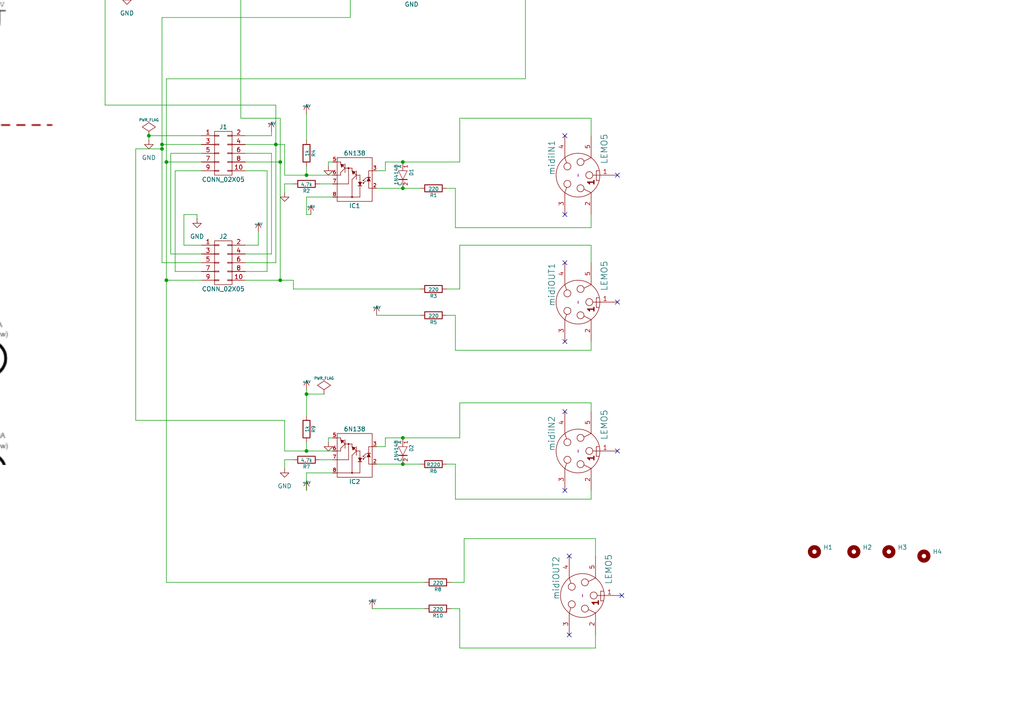
<source format=kicad_sch>
(kicad_sch (version 20231120) (generator "eeschema") (generator_version "8.0")
  (paper "A4")
  (lib_symbols
    (symbol "Device:C" (pin_numbers hide) (pin_names (offset 0.254))
      (property "Reference" "C" (at 0.635 2.54 0))
      (property "Value" "C" (at 0.635 -2.54 0))
      (symbol "C_0_1"
        (polyline (pts (xy -2.032 -0.762) (xy 2.032 -0.762)) (stroke (width 0.508)))
        (polyline (pts (xy -2.032 0.762) (xy 2.032 0.762)) (stroke (width 0.508)))
      )
      (symbol "C_1_1"
        (pin passive line (at 0 3.81 270) (length 2.794) (name "~") (number "1"))
        (pin passive line (at 0 -3.81 90) (length 2.794) (name "~") (number "2"))
      )
    )
    (symbol "Device:C_Polarized" (pin_numbers hide) (pin_names (offset 0.254))
      (property "Reference" "C" (at 0.635 2.54 0))
      (property "Value" "C_Polarized" (at 0.635 -2.54 0))
      (symbol "C_Polarized_0_1"
        (rectangle (start -2.286 0.508) (end 2.286 1.016))
        (polyline (pts (xy -1.778 2.286) (xy -0.762 2.286)))
        (polyline (pts (xy -1.27 2.794) (xy -1.27 1.778)))
        (rectangle (start 2.286 -0.508) (end -2.286 -1.016) (fill (type outline)))
      )
      (symbol "C_Polarized_1_1"
        (pin passive line (at 0 3.81 270) (length 2.794) (name "~") (number "1"))
        (pin passive line (at 0 -3.81 90) (length 2.794) (name "~") (number "2"))
      )
    )
    (symbol "Device:LED" (pin_numbers hide) (pin_names (offset 1.016) hide)
      (property "Reference" "D" (at 0 2.54 0))
      (property "Value" "LED" (at 0 -2.54 0))
      (symbol "LED_0_1"
        (polyline (pts (xy -1.27 -1.27) (xy -1.27 1.27)) (stroke (width 0.254)))
        (polyline (pts (xy -1.27 0) (xy 1.27 0)))
        (polyline (pts (xy 1.27 -1.27) (xy 1.27 1.27) (xy -1.27 0) (xy 1.27 -1.27)) (stroke (width 0.254)))
        (polyline (pts (xy -3.048 -0.762) (xy -4.572 -2.286) (xy -3.81 -2.286) (xy -4.572 -2.286) (xy -4.572 -1.524)))
        (polyline (pts (xy -1.778 -0.762) (xy -3.302 -2.286) (xy -2.54 -2.286) (xy -3.302 -2.286) (xy -3.302 -1.524)))
      )
      (symbol "LED_1_1"
        (pin passive line (at -3.81 0 0) (length 2.54) (name "K") (number "1"))
        (pin passive line (at 3.81 0 180) (length 2.54) (name "A") (number "2"))
      )
    )
    (symbol "Mechanical:MountingHole" (pin_names (offset 1.016)) (exclude_from_sim yes) (in_bom no)
      (property "Reference" "H" (at 0 5.08 0))
      (property "Value" "MountingHole" (at 0 3.175 0))
      (symbol "MountingHole_0_1"
        (circle (center 0 0) (radius 1.27) (stroke (width 1.27)))
      )
    )
    (symbol "core-rescue:+5V" (power) (pin_names (offset 0))
      (property "Value" "+5V" (at 0 3.556 0))
      (symbol "+5V_0_1"
        (polyline (pts (xy -0.762 1.27) (xy 0 2.54)))
        (polyline (pts (xy 0 0) (xy 0 2.54)))
        (polyline (pts (xy 0 2.54) (xy 0.762 1.27)))
      )
      (symbol "+5V_1_1"
        (pin power_in line (at 0 0 90) (length 0) hide (name "+5V") (number "1"))
      )
    )
    (symbol "core-rescue:1N4148" (pin_names (offset 0))
      (property "Reference" "D" (at -1.905 1.905 0))
      (property "Value" "1N4148" (at -3.175 -1.905 0))
      (symbol "1N4148_1_0"
        (polyline (pts (xy -1.27 -1.27) (xy 1.27 0)) (stroke (width 0.127)))
        (polyline (pts (xy -1.27 1.27) (xy -1.27 -1.27)) (stroke (width 0.127)))
        (polyline (pts (xy 1.27 0) (xy -1.27 1.27)) (stroke (width 0.127)))
        (polyline (pts (xy 1.27 0) (xy 1.27 -1.27)) (stroke (width 0.254)))
        (polyline (pts (xy 1.27 1.27) (xy 1.27 0)) (stroke (width 0.254)))
      )
      (symbol "1N4148_1_1"
        (pin passive line (at -3.81 0 0) (length 2.54) (name "A") (number "1"))
        (pin passive line (at 3.81 0 180) (length 2.54) (name "C") (number "2"))
      )
    )
    (symbol "core-rescue:6N138" (pin_names (offset 0) hide)
      (property "Reference" "U" (at 0 7.62 0))
      (property "Value" "6N138" (at 0 -7.62 0))
      (symbol "6N138_0_1"
        (polyline (pts (xy -1.524 -1.27) (xy -0.508 -1.27)))
        (polyline (pts (xy -1.524 1.143) (xy -1.524 5.08)))
        (polyline (pts (xy 0.762 -3.302) (xy 0.762 -2.54)))
        (polyline (pts (xy 0.762 0) (xy 0.762 5.08)))
        (polyline (pts (xy 1.778 -3.175) (xy 1.778 1.27)))
        (polyline (pts (xy 2.794 -3.302) (xy 0.762 -3.302)))
        (polyline (pts (xy 4.064 -5.08) (xy 4.064 -4.572)))
        (polyline (pts (xy 4.064 -2.032) (xy 4.064 -1.27)))
        (polyline (pts (xy 5.334 -5.08) (xy 4.064 -5.08)))
        (polyline (pts (xy 5.334 -1.27) (xy 4.064 -1.27)))
        (polyline (pts (xy 5.334 1.27) (xy 1.778 1.27)))
        (polyline (pts (xy 5.334 5.08) (xy -1.524 5.08)))
        (polyline (pts (xy -2.413 1.143) (xy -3.175 0.381) (xy -3.175 0.381)))
        (polyline (pts (xy -1.524 0.762) (xy -1.524 -1.27) (xy -1.524 -1.27)) (fill (type outline)))
        (polyline (pts (xy -0.508 -1.27) (xy 0.762 -2.54) (xy 0.762 -2.54)) (fill (type outline)))
        (polyline (pts (xy -0.508 -1.27) (xy 0.762 0) (xy 0.762 0)) (fill (type outline)))
        (polyline (pts (xy -0.508 0) (xy -0.508 -2.54) (xy -0.508 -2.54)) (fill (type outline)))
        (polyline (pts (xy 2.794 -3.302) (xy 4.064 -4.572) (xy 4.064 -4.572)) (fill (type outline)))
        (polyline (pts (xy 2.794 -3.302) (xy 4.064 -2.032) (xy 4.064 -2.032)) (fill (type outline)))
        (polyline (pts (xy 2.794 -2.032) (xy 2.794 -4.572) (xy 2.794 -4.572)) (fill (type outline)))
        (polyline (pts (xy -5.334 2.54) (xy -4.064 2.54) (xy -4.064 0.508) (xy -4.064 0.508)))
        (polyline (pts (xy -4.064 -0.635) (xy -4.064 -2.54) (xy -5.334 -2.54) (xy -5.334 -2.54)))
        (polyline (pts (xy -3.556 0.508) (xy -4.064 -0.508) (xy -4.572 0.508) (xy -4.572 0.508)) (fill (type outline)))
        (polyline (pts (xy -2.667 0.381) (xy -2.413 0.381) (xy -2.413 0.127) (xy -2.413 0.127)) (fill (type outline)))
        (polyline (pts (xy -2.54 0.254) (xy -3.302 -0.508) (xy -3.302 -0.508) (xy -3.302 -0.508)))
        (polyline (pts (xy -1.524 1.778) (xy -2.032 0.762) (xy -1.016 0.762) (xy -1.016 0.762)) (fill (type outline)))
        (polyline (pts (xy 0.762 -2.54) (xy 0.508 -1.524) (xy -0.254 -2.286) (xy -0.254 -2.286)) (fill (type outline)))
        (polyline (pts (xy 4.064 -4.572) (xy 3.81 -3.556) (xy 3.048 -4.318) (xy 3.048 -4.318)) (fill (type outline)))
        (polyline (pts (xy -4.572 -0.508) (xy -4.572 -0.635) (xy -3.556 -0.635) (xy -3.556 -0.508) (xy -3.556 -0.508)) (fill (type outline)))
        (polyline (pts (xy -2.413 0.889) (xy -2.413 1.143) (xy -2.667 1.143) (xy -2.413 0.889) (xy -2.413 0.889)) (fill (type outline)))
        (polyline (pts (xy -1.016 1.905) (xy -1.016 1.778) (xy -2.032 1.778) (xy -2.032 1.905) (xy -2.032 1.905)) (fill (type outline)))
        (circle (center 0.762 5.08) (radius 0.1778) (fill (type outline)))
        (circle (center 1.778 -3.302) (radius 0.1778) (fill (type outline)))
        (rectangle (start 5.08 6.35) (end -5.08 -6.35))
      )
      (symbol "6N138_1_1"
        (pin passive line (at -6.35 2.54 0) (length 1.016) (name "A") (number "2"))
        (pin passive line (at -6.35 -2.54 0) (length 1.016) (name "K") (number "3"))
        (pin passive line (at 6.35 -5.08 180) (length 1.016) (name "GND") (number "5"))
        (pin passive line (at 6.35 -1.27 180) (length 1.016) (name "Vo") (number "6"))
        (pin passive line (at 6.35 1.27 180) (length 1.016) (name "Vb") (number "7"))
        (pin passive line (at 6.35 5.08 180) (length 1.016) (name "Vcc") (number "8"))
      )
    )
    (symbol "core-rescue:CONN_02X05" (pin_names (offset 0.0254) hide)
      (property "Reference" "P" (at 0 7.62 0))
      (property "Value" "CONN_02X05" (at 0 -7.62 0))
      (symbol "CONN_02X05_0_1"
        (rectangle (start -2.54 -4.953) (end -1.27 -5.207))
        (rectangle (start -2.54 -2.413) (end -1.27 -2.667))
        (rectangle (start -2.54 0.127) (end -1.27 -0.127))
        (rectangle (start -2.54 2.667) (end -1.27 2.413))
        (rectangle (start -2.54 5.207) (end -1.27 4.953))
        (rectangle (start -2.54 6.35) (end 2.54 -6.35))
        (rectangle (start 1.27 -4.953) (end 2.54 -5.207))
        (rectangle (start 1.27 -2.413) (end 2.54 -2.667))
        (rectangle (start 1.27 0.127) (end 2.54 -0.127))
        (rectangle (start 1.27 2.667) (end 2.54 2.413))
        (rectangle (start 1.27 5.207) (end 2.54 4.953))
      )
      (symbol "CONN_02X05_1_1"
        (pin passive line (at -6.35 5.08 0) (length 3.81) (name "P1") (number "1"))
        (pin passive line (at 6.35 -5.08 180) (length 3.81) (name "P10") (number "10"))
        (pin passive line (at 6.35 5.08 180) (length 3.81) (name "P2") (number "2"))
        (pin passive line (at -6.35 2.54 0) (length 3.81) (name "P3") (number "3"))
        (pin passive line (at 6.35 2.54 180) (length 3.81) (name "P4") (number "4"))
        (pin passive line (at -6.35 0 0) (length 3.81) (name "P5") (number "5"))
        (pin passive line (at 6.35 0 180) (length 3.81) (name "P6") (number "6"))
        (pin passive line (at -6.35 -2.54 0) (length 3.81) (name "P7") (number "7"))
        (pin passive line (at 6.35 -2.54 180) (length 3.81) (name "P8") (number "8"))
        (pin passive line (at -6.35 -5.08 0) (length 3.81) (name "P9") (number "9"))
      )
    )
    (symbol "core-rescue:GND" (power) (pin_names (offset 0))
      (property "Value" "GND" (at 0 -3.81 0))
      (symbol "GND_0_1"
        (polyline (pts (xy 0 0) (xy 0 -1.27) (xy 1.27 -1.27) (xy 0 -2.54) (xy -1.27 -1.27) (xy 0 -1.27)))
      )
      (symbol "GND_1_1"
        (pin power_in line (at 0 0 270) (length 0) hide (name "GND") (number "1"))
      )
    )
    (symbol "core-rescue:LEMO5" (pin_names (offset 1.016) hide)
      (property "Reference" "K" (at 5.08 7.62 0))
      (property "Value" "LEMO5" (at 7.62 -7.62 0))
      (symbol "LEMO5_0_1"
        (circle (center -3.81 -0.7366) (radius 1.016))
        (circle (center -2.54 3.0734) (radius 1.016))
        (circle (center 0 -3.2766) (radius 1.016))
        (polyline (pts (xy -5.08 -3.81) (xy -4.064 -1.778)))
        (polyline (pts (xy -5.08 3.81) (xy -3.556 3.302)))
        (polyline (pts (xy -1.5494 -6.096) (xy -1.5494 -5.3086)))
        (polyline (pts (xy -1.5494 -5.3086) (xy 1.27 -5.3086)))
        (polyline (pts (xy 1.27 -5.3086) (xy 1.27 -6.096)))
        (polyline (pts (xy 5.08 -3.81) (xy 4.064 -1.778)))
        (polyline (pts (xy 5.08 3.81) (xy 3.556 3.302)))
        (circle (center 0 0) (radius 6.35))
        (circle (center 2.54 3.0734) (radius 1.016))
        (circle (center 3.81 -0.7366) (radius 1.016))
        (text "1" (at -2.032 -3.81 0) (effects (font (size 1.778 1.778) (bold yes))))
      )
      (symbol "LEMO5_1_1"
        (pin bidirectional line (at 0 -11.43 90) (length 7.112) (name "~") (number "1"))
        (pin bidirectional line (at -11.43 -3.81 0) (length 6.35) (name "~") (number "2"))
        (pin bidirectional line (at -11.43 3.81 0) (length 6.35) (name "~") (number "3"))
        (pin bidirectional line (at 11.43 3.81 180) (length 6.35) (name "~") (number "4"))
        (pin bidirectional line (at 11.43 -3.81 180) (length 6.35) (name "~") (number "5"))
      )
      (symbol "LEMO5_1_2"
        (pin bidirectional line (at -11.43 3.81 0) (length 7.62) (name "~") (number "1"))
        (pin bidirectional line (at 0 -11.43 90) (length 7.62) (name "~") (number "1"))
        (pin bidirectional line (at -11.43 -3.81 0) (length 7.62) (name "~") (number "2"))
        (pin bidirectional line (at 11.43 -3.81 180) (length 7.62) (name "~") (number "3"))
        (pin bidirectional line (at 11.43 3.81 180) (length 7.62) (name "~") (number "4"))
      )
    )
    (symbol "core-rescue:PWR_FLAG" (power) (pin_numbers hide) (pin_names (offset 0) hide)
      (property "Value" "PWR_FLAG" (at 0 4.572 0))
      (symbol "PWR_FLAG_0_0"
        (pin power_out line (at 0 0 90) (length 0) (name "pwr") (number "1"))
      )
      (symbol "PWR_FLAG_0_1"
        (polyline (pts (xy 0 0) (xy 0 1.27) (xy -1.905 2.54) (xy 0 3.81) (xy 1.905 2.54) (xy 0 1.27)))
      )
    )
    (symbol "core-rescue:R" (pin_numbers hide) (pin_names (offset 0))
      (property "Reference" "R" (at 2.032 0 90))
      (property "Value" "R" (at 0 0 90))
      (symbol "R_0_1"
        (rectangle (start -1.016 -2.54) (end 1.016 2.54) (stroke (width 0.254)))
      )
      (symbol "R_1_1"
        (pin passive line (at 0 3.81 270) (length 1.27) (name "~") (number "1"))
        (pin passive line (at 0 -3.81 90) (length 1.27) (name "~") (number "2"))
      )
    )
    (symbol "ksir:SN74HC00N" (pin_names (offset 0.762))
      (property "Reference" "IC" (at 21.59 7.62 0))
      (property "Value" "SN74HC00N" (at 21.59 5.08 0))
      (symbol "SN74HC00N_0_0"
        (pin passive line (at 0 0 0) (length 5.08) (name "1A") (number "1"))
        (pin passive line (at 25.4 -10.16 180) (length 5.08) (name "3B") (number "10"))
        (pin passive line (at 25.4 -7.62 180) (length 5.08) (name "4Y") (number "11"))
        (pin passive line (at 25.4 -5.08 180) (length 5.08) (name "4A") (number "12"))
        (pin passive line (at 25.4 -2.54 180) (length 5.08) (name "4B") (number "13"))
        (pin passive line (at 25.4 0 180) (length 5.08) (name "VCC") (number "14"))
        (pin passive line (at 0 -2.54 0) (length 5.08) (name "1B") (number "2"))
        (pin passive line (at 0 -5.08 0) (length 5.08) (name "1Y") (number "3"))
        (pin passive line (at 0 -7.62 0) (length 5.08) (name "2A") (number "4"))
        (pin passive line (at 0 -10.16 0) (length 5.08) (name "2B") (number "5"))
        (pin passive line (at 0 -12.7 0) (length 5.08) (name "2Y") (number "6"))
        (pin passive line (at 0 -15.24 0) (length 5.08) (name "GND") (number "7"))
        (pin passive line (at 25.4 -15.24 180) (length 5.08) (name "3Y") (number "8"))
        (pin passive line (at 25.4 -12.7 180) (length 5.08) (name "3A") (number "9"))
      )
      (symbol "SN74HC00N_0_1"
        (polyline (pts (xy 5.08 2.54) (xy 20.32 2.54) (xy 20.32 -17.78) (xy 5.08 -17.78) (xy 5.08 2.54)) (stroke (width 0.1524)))
      )
    )
    (symbol "power:GND" (power) (pin_numbers hide) (pin_names (offset 0) hide)
      (property "Value" "GND" (at 0 -3.81 0))
      (symbol "GND_0_1"
        (polyline (pts (xy 0 0) (xy 0 -1.27) (xy 1.27 -1.27) (xy 0 -2.54) (xy -1.27 -1.27) (xy 0 -1.27)))
      )
      (symbol "GND_1_1"
        (pin power_in line (at 0 0 270) (length 0) (name "~") (number "1"))
      )
    )
  )
  (junction (at 119.38 -11.43))
  (junction (at 48.26 46.99))
  (junction (at 80.01 41.91))
  (junction (at 115.57 -24.13))
  (junction (at 43.18 39.37))
  (junction (at 33.02 -21.59))
  (junction (at 67.31 -21.59))
  (junction (at 161.29 -21.59))
  (junction (at 48.26 81.28))
  (junction (at 81.28 81.28))
  (junction (at 78.74 -19.05))
  (junction (at 152.4 -10.16))
  (junction (at 88.9 114.3))
  (junction (at 63.5 -19.05))
  (junction (at 109.22 -27.94))
  (junction (at 35.56 -11.43))
  (junction (at 88.9 50.8))
  (junction (at 88.9 130.81))
  (junction (at 118.11 -13.97))
  (junction (at 46.99 43.18))
  (junction (at 116.84 134.62))
  (junction (at 81.28 46.99))
  (junction (at 69.85 -7.62))
  (junction (at 116.84 46.99))
  (junction (at 46.99 41.91))
  (junction (at 116.84 54.61))
  (junction (at 146.05 -21.59))
  (junction (at 36.83 -8.89))
  (junction (at 116.84 127))
  (junction (at 26.67 -25.4))
  (junction (at 149.86 -24.13))
  (no_connect (at 163.83 39.37))
  (no_connect (at 163.83 119.38))
  (no_connect (at 179.07 130.81))
  (no_connect (at 165.1 184.15))
  (no_connect (at 165.1 161.29))
  (no_connect (at 163.83 142.24))
  (no_connect (at 179.07 87.63))
  (no_connect (at 180.34 172.72))
  (no_connect (at 179.07 50.8))
  (no_connect (at 163.83 76.2))
  (no_connect (at 163.83 99.06))
  (no_connect (at 163.83 62.23))
  (wire (pts (xy 46.99 5.08) (xy 101.6 5.08)))
  (wire (pts (xy 132.08 66.04) (xy 132.08 54.61)))
  (wire (pts (xy 62.23 -16.51) (xy 63.5 -16.51)))
  (wire (pts (xy 88.9 128.27) (xy 88.9 130.81)))
  (wire (pts (xy 62.23 -21.59) (xy 67.31 -21.59)))
  (wire (pts (xy 132.08 134.62) (xy 129.54 134.62)))
  (wire (pts (xy 144.78 -10.16) (xy 144.78 -11.43)))
  (wire (pts (xy 63.5 -19.05) (xy 62.23 -19.05)))
  (wire (pts (xy 77.47 78.74) (xy 71.12 78.74)))
  (wire (pts (xy 82.55 133.35) (xy 82.55 135.89)))
  (wire (pts (xy 146.05 -19.05) (xy 146.05 -21.59)))
  (wire (pts (xy 144.78 -13.97) (xy 149.86 -13.97)))
  (wire (pts (xy 92.71 133.35) (xy 96.52 133.35)))
  (wire (pts (xy 171.45 142.24) (xy 171.45 144.78)))
  (wire (pts (xy 48.26 168.91) (xy 123.19 168.91)))
  (wire (pts (xy 49.53 44.45) (xy 58.42 44.45)))
  (wire (pts (xy 62.23 -7.62) (xy 62.23 -8.89)))
  (wire (pts (xy 46.99 43.18) (xy 46.99 76.2)))
  (wire (pts (xy 82.55 121.92) (xy 39.37 121.92)))
  (wire (pts (xy 33.02 -25.4) (xy 33.02 -21.59)))
  (wire (pts (xy 133.35 71.12) (xy 133.35 83.82)))
  (wire (pts (xy 96.52 46.99) (xy 95.25 46.99)))
  (wire (pts (xy 69.85 34.29) (xy 81.28 34.29)))
  (wire (pts (xy 46.99 43.18) (xy 39.37 43.18)))
  (wire (pts (xy 53.34 62.23) (xy 53.34 71.12)))
  (wire (pts (xy 111.76 129.54) (xy 111.76 127)))
  (wire (pts (xy 88.9 130.81) (xy 96.52 130.81)))
  (wire (pts (xy 80.01 76.2) (xy 80.01 41.91)))
  (wire (pts (xy 49.53 73.66) (xy 58.42 73.66)))
  (wire (pts (xy 36.83 -21.59) (xy 33.02 -21.59)))
  (wire (pts (xy 57.15 62.23) (xy 57.15 63.5)))
  (wire (pts (xy 172.72 187.96) (xy 133.35 187.96)))
  (wire (pts (xy 36.83 -19.05) (xy 33.02 -19.05)))
  (wire (pts (xy 46.99 41.91) (xy 46.99 43.18)))
  (wire (pts (xy 111.76 49.53) (xy 111.76 46.99)))
  (wire (pts (xy 71.12 -7.62) (xy 69.85 -7.62)))
  (wire (pts (xy 172.72 184.15) (xy 172.72 187.96)))
  (wire (pts (xy 43.18 39.37) (xy 58.42 39.37)))
  (wire (pts (xy 48.26 22.86) (xy 48.26 46.99)))
  (wire (pts (xy 77.47 49.53) (xy 77.47 78.74)))
  (wire (pts (xy 50.8 49.53) (xy 58.42 49.53)))
  (wire (pts (xy 109.22 -26.67) (xy 109.22 -27.94)))
  (wire (pts (xy 109.22 91.44) (xy 121.92 91.44)))
  (wire (pts (xy 39.37 43.18) (xy 39.37 121.92)))
  (wire (pts (xy 171.45 144.78) (xy 132.08 144.78)))
  (wire (pts (xy 80.01 41.91) (xy 82.55 41.91)))
  (wire (pts (xy 71.12 44.45) (xy 78.74 44.45)))
  (wire (pts (xy 82.55 130.81) (xy 82.55 121.92)))
  (wire (pts (xy 146.05 -21.59) (xy 144.78 -21.59)))
  (wire (pts (xy 133.35 187.96) (xy 133.35 176.53)))
  (wire (pts (xy 69.85 34.29) (xy 69.85 -7.62)))
  (wire (pts (xy 53.34 62.23) (xy 57.15 62.23)))
  (wire (pts (xy 171.45 66.04) (xy 132.08 66.04)))
  (wire (pts (xy 33.02 -19.05) (xy 33.02 -21.59)))
  (wire (pts (xy 171.45 99.06) (xy 171.45 101.6)))
  (wire (pts (xy 71.12 46.99) (xy 81.28 46.99)))
  (wire (pts (xy 78.74 73.66) (xy 71.12 73.66)))
  (wire (pts (xy 71.12 41.91) (xy 80.01 41.91)))
  (wire (pts (xy 85.09 133.35) (xy 82.55 133.35)))
  (wire (pts (xy 50.8 78.74) (xy 50.8 49.53)))
  (wire (pts (xy 144.78 -19.05) (xy 146.05 -19.05)))
  (wire (pts (xy 80.01 30.48) (xy 80.01 41.91)))
  (wire (pts (xy 88.9 57.15) (xy 96.52 57.15)))
  (wire (pts (xy 95.25 46.99) (xy 95.25 48.26)))
  (wire (pts (xy 82.55 53.34) (xy 82.55 55.88)))
  (wire (pts (xy 88.9 142.24) (xy 88.9 137.16)))
  (wire (pts (xy 116.84 127) (xy 133.35 127)))
  (wire (pts (xy 119.38 -21.59) (xy 115.57 -21.59)))
  (wire (pts (xy 115.57 -27.94) (xy 109.22 -27.94)))
  (wire (pts (xy 116.84 54.61) (xy 121.92 54.61)))
  (wire (pts (xy 78.74 -11.43) (xy 71.12 -11.43)))
  (wire (pts (xy 35.56 -11.43) (xy 35.56 -34.29)))
  (wire (pts (xy 115.57 -21.59) (xy 115.57 -24.13)))
  (wire (pts (xy 161.29 -13.97) (xy 153.67 -13.97)))
  (wire (pts (xy 171.45 76.2) (xy 171.45 71.12)))
  (wire (pts (xy 153.67 -13.97) (xy 153.67 -16.51)))
  (wire (pts (xy 88.9 114.3) (xy 88.9 120.65)))
  (wire (pts (xy 171.45 119.38) (xy 171.45 116.84)))
  (wire (pts (xy 62.23 -11.43) (xy 67.31 -11.43)))
  (wire (pts (xy 82.55 130.81) (xy 88.9 130.81)))
  (wire (pts (xy 172.72 161.29) (xy 172.72 156.21)))
  (wire (pts (xy 133.35 34.29) (xy 133.35 46.99)))
  (wire (pts (xy 33.02 -25.4) (xy 26.67 -25.4)))
  (wire (pts (xy 46.99 41.91) (xy 58.42 41.91)))
  (wire (pts (xy 109.22 -19.05) (xy 119.38 -19.05)))
  (wire (pts (xy 153.67 -10.16) (xy 152.4 -10.16)))
  (wire (pts (xy 36.83 -24.13) (xy 30.48 -24.13)))
  (wire (pts (xy 88.9 62.23) (xy 88.9 57.15)))
  (wire (pts (xy 111.76 46.99) (xy 116.84 46.99)))
  (wire (pts (xy 132.08 144.78) (xy 132.08 134.62)))
  (wire (pts (xy 113.03 -26.67) (xy 113.03 -16.51)))
  (wire (pts (xy 35.56 -11.43) (xy 30.48 -11.43)))
  (wire (pts (xy 85.09 83.82) (xy 121.92 83.82)))
  (wire (pts (xy 88.9 33.02) (xy 88.9 40.64)))
  (wire (pts (xy 119.38 -16.51) (xy 113.03 -16.51)))
  (wire (pts (xy 133.35 116.84) (xy 133.35 127)))
  (wire (pts (xy 30.48 30.48) (xy 80.01 30.48)))
  (wire (pts (xy 109.22 54.61) (xy 116.84 54.61)))
  (wire (pts (xy 111.76 127) (xy 116.84 127)))
  (wire (pts (xy 82.55 50.8) (xy 88.9 50.8)))
  (wire (pts (xy 118.11 -13.97) (xy 118.11 -36.83)))
  (wire (pts (xy 43.18 39.37) (xy 43.18 40.64)))
  (wire (pts (xy 78.74 44.45) (xy 78.74 73.66)))
  (wire (pts (xy 152.4 -10.16) (xy 152.4 22.86)))
  (wire (pts (xy 88.9 113.03) (xy 88.9 114.3)))
  (wire (pts (xy 67.31 -39.37) (xy 67.31 -21.59)))
  (wire (pts (xy 85.09 53.34) (xy 82.55 53.34)))
  (wire (pts (xy 130.81 168.91) (xy 134.62 168.91)))
  (wire (pts (xy 116.84 46.99) (xy 133.35 46.99)))
  (wire (pts (xy 149.86 -24.13) (xy 149.86 -13.97)))
  (wire (pts (xy 92.71 53.34) (xy 96.52 53.34)))
  (wire (pts (xy 88.9 50.8) (xy 96.52 50.8)))
  (wire (pts (xy 49.53 73.66) (xy 49.53 44.45)))
  (wire (pts (xy 109.22 49.53) (xy 111.76 49.53)))
  (wire (pts (xy 48.26 46.99) (xy 58.42 46.99)))
  (wire (pts (xy 71.12 -11.43) (xy 71.12 -13.97)))
  (wire (pts (xy 116.84 134.62) (xy 121.92 134.62)))
  (wire (pts (xy 71.12 -13.97) (xy 62.23 -13.97)))
  (wire (pts (xy 107.95 176.53) (xy 123.19 176.53)))
  (wire (pts (xy 115.57 -27.94) (xy 115.57 -24.13)))
  (wire (pts (xy 71.12 71.12) (xy 74.93 71.12)))
  (wire (pts (xy 74.93 71.12) (xy 74.93 67.31)))
  (wire (pts (xy 129.54 83.82) (xy 133.35 83.82)))
  (wire (pts (xy 30.48 -11.43) (xy 30.48 30.48)))
  (wire (pts (xy 171.45 116.84) (xy 133.35 116.84)))
  (wire (pts (xy 82.55 41.91) (xy 82.55 50.8)))
  (wire (pts (xy 132.08 91.44) (xy 129.54 91.44)))
  (wire (pts (xy 53.34 71.12) (xy 58.42 71.12)))
  (wire (pts (xy 46.99 5.08) (xy 46.99 41.91)))
  (wire (pts (xy 93.98 114.3) (xy 88.9 114.3)))
  (wire (pts (xy 161.29 -21.59) (xy 146.05 -21.59)))
  (wire (pts (xy 134.62 156.21) (xy 134.62 168.91)))
  (wire (pts (xy 172.72 156.21) (xy 134.62 156.21)))
  (wire (pts (xy 171.45 71.12) (xy 133.35 71.12)))
  (wire (pts (xy 149.86 -41.91) (xy 149.86 -24.13)))
  (wire (pts (xy 50.8 78.74) (xy 58.42 78.74)))
  (wire (pts (xy 85.09 81.28) (xy 85.09 83.82)))
  (wire (pts (xy 132.08 54.61) (xy 129.54 54.61)))
  (wire (pts (xy 36.83 -11.43) (xy 35.56 -11.43)))
  (wire (pts (xy 133.35 176.53) (xy 130.81 176.53)))
  (wire (pts (xy 90.17 62.23) (xy 88.9 62.23)))
  (wire (pts (xy 109.22 -39.37) (xy 109.22 -36.83)))
  (wire (pts (xy 71.12 39.37) (xy 78.74 39.37)))
  (wire (pts (xy 101.6 -13.97) (xy 118.11 -13.97)))
  (wire (pts (xy 153.67 -16.51) (xy 144.78 -16.51)))
  (wire (pts (xy 152.4 -10.16) (xy 144.78 -10.16)))
  (wire (pts (xy 88.9 48.26) (xy 88.9 50.8)))
  (wire (pts (xy 81.28 46.99) (xy 81.28 81.28)))
  (wire (pts (xy 48.26 81.28) (xy 58.42 81.28)))
  (wire (pts (xy 71.12 49.53) (xy 77.47 49.53)))
  (wire (pts (xy 171.45 39.37) (xy 171.45 34.29)))
  (wire (pts (xy 119.38 -26.67) (xy 113.03 -26.67)))
  (wire (pts (xy 69.85 -7.62) (xy 62.23 -7.62)))
  (wire (pts (xy 48.26 46.99) (xy 48.26 81.28)))
  (wire (pts (xy 119.38 -24.13) (xy 115.57 -24.13)))
  (wire (pts (xy 109.22 -29.21) (xy 109.22 -27.94)))
  (wire (pts (xy 109.22 129.54) (xy 111.76 129.54)))
  (wire (pts (xy 88.9 137.16) (xy 96.52 137.16)))
  (wire (pts (xy 171.45 34.29) (xy 133.35 34.29)))
  (wire (pts (xy 78.74 -19.05) (xy 63.5 -19.05)))
  (wire (pts (xy 46.99 76.2) (xy 58.42 76.2)))
  (wire (pts (xy 48.26 81.28) (xy 48.26 168.91)))
  (wire (pts (xy 95.25 127) (xy 95.25 128.27)))
  (wire (pts (xy 71.12 76.2) (xy 80.01 76.2)))
  (wire (pts (xy 30.48 -24.13) (xy 30.48 -13.97)))
  (wire (pts (xy 171.45 101.6) (xy 132.08 101.6)))
  (wire (pts (xy 109.22 134.62) (xy 116.84 134.62)))
  (wire (pts (xy 96.52 127) (xy 95.25 127)))
  (wire (pts (xy 144.78 -24.13) (xy 149.86 -24.13)))
  (wire (pts (xy 81.28 34.29) (xy 81.28 46.99)))
  (wire (pts (xy 152.4 22.86) (xy 48.26 22.86)))
  (wire (pts (xy 63.5 -16.51) (xy 63.5 -19.05)))
  (wire (pts (xy 71.12 81.28) (xy 81.28 81.28)))
  (wire (pts (xy 132.08 101.6) (xy 132.08 91.44)))
  (wire (pts (xy 26.67 -24.13) (xy 26.67 -25.4)))
  (wire (pts (xy 81.28 81.28) (xy 85.09 81.28)))
  (wire (pts (xy 67.31 -21.59) (xy 67.31 -11.43)))
  (wire (pts (xy 119.38 -13.97) (xy 118.11 -13.97)))
  (wire (pts (xy 171.45 62.23) (xy 171.45 66.04)))
  (wire (pts (xy 101.6 5.08) (xy 101.6 -13.97)))
  (wire (pts (xy 78.74 39.37) (xy 78.74 38.1)))
  (wire (pts (xy 26.67 -16.51) (xy 36.83 -16.51)))
  (wire (pts (xy 36.83 -13.97) (xy 30.48 -13.97)))
  (image (at -86.36 20.32))
  (symbol (lib_id "core-rescue:R") (at 149.86 -45.72 0) (unit 1)
    (property "Reference" "R17" (at 151.892 -45.72 90) (effects (font (size 1.016 1.016))))
    (property "Value" "220" (at 150.0378 -45.7454 90) (effects (font (size 1.016 1.016))))
    (property "Footprint" "Resistor_THT:R_Axial_DIN0204_L3.6mm_D1.6mm_P5.08mm_Horizontal" (effects (hide yes)))
  )
  (symbol (lib_id "core-rescue:6N138") (at 102.87 132.08 180) (unit 1)
    (property "Reference" "IC2" (at 102.87 139.7 0))
    (property "Value" "6N138" (at 102.87 124.46 0))
    (property "Footprint" "Package_DIP:DIP-8_W7.62mm_LongPads" (effects (hide yes)))
  )
  (symbol (lib_id "core-rescue:+5V") (at 78.74 38.1 0) (unit 1)
    (property "Reference" "#PWR057" (effects (hide yes)))
    (property "Value" "+5V" (at 78.74 35.814 0) (effects (font (size 0.762 0.762))))
  )
  (symbol (lib_id "Device:C_Polarized") (at 161.29 -17.78 180) (unit 1)
    (property "Reference" "C5" (at 167.64 -15.24 0) (effects (justify left)))
    (property "Value" "10UF" (at 172.466 -13.462 0) (effects (justify left)))
    (property "Footprint" "Capacitor_THT:CP_Radial_D5.0mm_P2.00mm" (effects (hide yes)))
    (property "Description" "Polarized capacitor" (effects (hide yes)))
  )
  (symbol (lib_id "Device:LED") (at 67.31 -50.8 90) (unit 1)
    (property "Reference" "L8" (at 72.39 -50.4826 90) (effects (justify right)))
    (property "Value" "LED" (at 72.39 -47.9426 90) (effects (justify right)))
    (property "Footprint" "LED_THT:LED_D5.0mm" (effects (hide yes)))
    (property "Description" "Light emitting diode" (effects (hide yes)))
  )
  (symbol (lib_id "power:GND") (at 26.67 -33.02 180) (unit 1)
    (property "Reference" "#PWR07" (effects (hide yes)))
    (property "Value" "GND" (at 26.67 -38.1 0))
    (property "Description" "Power symbol creates a global label with name \"GND\" , ground" (effects (hide yes)))
  )
  (symbol (lib_id "core-rescue:PWR_FLAG") (at 43.18 39.37 0) (unit 1)
    (property "Reference" "#FLG01" (effects (hide yes)))
    (property "Value" "PWR_FLAG" (at 43.18 34.798 0) (effects (font (size 0.762 0.762))))
  )
  (symbol (lib_id "core-rescue:R") (at 157.48 -10.16 270) (unit 1)
    (property "Reference" "R20" (at 157.48 -8.128 90) (effects (font (size 1.016 1.016))))
    (property "Value" "100k" (at 157.5054 -9.9822 90) (effects (font (size 1.016 1.016))))
    (property "Footprint" "Resistor_THT:R_Axial_DIN0204_L3.6mm_D1.6mm_P5.08mm_Horizontal" (effects (hide yes)))
  )
  (symbol (lib_id "core-rescue:+5V") (at 36.83 -8.89 90) (unit 1)
    (property "Reference" "#PWR08" (effects (hide yes)))
    (property "Value" "+5V" (at 33.528 -8.382 0) (effects (font (size 0.762 0.762))))
  )
  (symbol (lib_id "Device:C_Polarized") (at 109.22 -22.86 180) (unit 1)
    (property "Reference" "C6" (at 105.664 -22.098 0) (effects (justify left)))
    (property "Value" "10UF" (at 107.442 -19.812 0) (effects (justify left)))
    (property "Footprint" "Capacitor_THT:CP_Radial_D5.0mm_P2.00mm" (effects (hide yes)))
    (property "Description" "Polarized capacitor" (effects (hide yes)))
  )
  (symbol (lib_id "core-rescue:1N4148") (at 116.84 130.81 270) (unit 1)
    (property "Reference" "D2" (at 118.745 128.905 0) (effects (font (size 1.016 1.016)) (justify left bottom)))
    (property "Value" "1N4148" (at 114.935 127.635 0) (effects (font (size 1.016 1.016)) (justify left)))
    (property "Footprint" "Diode_THT:D_DO-35_SOD27_P7.62mm_Horizontal" (effects (hide yes)))
  )
  (symbol (lib_id "core-rescue:R") (at 78.74 -22.86 180) (unit 1)
    (property "Reference" "R12" (at 76.708 -22.86 90) (effects (font (size 1.016 1.016))))
    (property "Value" "100k" (at 78.5622 -22.8346 90) (effects (font (size 1.016 1.016))))
    (property "Footprint" "Resistor_THT:R_Axial_DIN0204_L3.6mm_D1.6mm_P5.08mm_Horizontal" (effects (hide yes)))
  )
  (symbol (lib_id "core-rescue:R") (at 35.56 -38.1 0) (unit 1)
    (property "Reference" "R11" (at 37.592 -38.1 90) (effects (font (size 1.016 1.016))))
    (property "Value" "220" (at 35.7378 -38.1254 90) (effects (font (size 1.016 1.016))))
    (property "Footprint" "Resistor_THT:R_Axial_DIN0204_L3.6mm_D1.6mm_P5.08mm_Horizontal" (effects (hide yes)))
  )
  (symbol (lib_id "core-rescue:R") (at 74.93 -7.62 270) (unit 1)
    (property "Reference" "R19" (at 74.93 -5.588 90) (effects (font (size 1.016 1.016))))
    (property "Value" "100k" (at 74.9554 -7.4422 90) (effects (font (size 1.016 1.016))))
    (property "Footprint" "Resistor_THT:R_Axial_DIN0204_L3.6mm_D1.6mm_P5.08mm_Horizontal" (effects (hide yes)))
  )
  (symbol (lib_id "core-rescue:R") (at 88.9 124.46 0) (unit 1)
    (property "Reference" "R9" (at 90.932 124.46 90) (effects (font (size 1.016 1.016))))
    (property "Value" "1k" (at 89.0778 124.4346 90) (effects (font (size 1.016 1.016))))
    (property "Footprint" "Resistor_THT:R_Axial_DIN0204_L3.6mm_D1.6mm_P5.08mm_Horizontal" (effects (hide yes)))
  )
  (symbol (lib_id "Device:C") (at 119.38 -7.62 180) (unit 1)
    (property "Reference" "C2" (at 114.3 -6.3499 0) (effects (justify left)))
    (property "Value" "100NF" (at 114.3 -8.8899 0) (effects (justify left)))
    (property "Footprint" "Capacitor_THT:C_Disc_D3.0mm_W2.0mm_P2.50mm" (effects (hide yes)))
    (property "Description" "Unpolarized capacitor" (effects (hide yes)))
  )
  (symbol (lib_id "core-rescue:R") (at 161.29 -25.4 180) (unit 1)
    (property "Reference" "R16" (at 159.258 -25.4 90) (effects (font (size 1.016 1.016))))
    (property "Value" "100k" (at 161.1122 -25.3746 90) (effects (font (size 1.016 1.016))))
    (property "Footprint" "Resistor_THT:R_Axial_DIN0204_L3.6mm_D1.6mm_P5.08mm_Horizontal" (effects (hide yes)))
  )
  (symbol (lib_id "core-rescue:R") (at 125.73 54.61 270) (unit 1)
    (property "Reference" "R1" (at 125.73 56.642 90) (effects (font (size 1.016 1.016))))
    (property "Value" "220" (at 125.7554 54.7878 90) (effects (font (size 1.016 1.016))))
    (property "Footprint" "Resistor_THT:R_Axial_DIN0204_L3.6mm_D1.6mm_P5.08mm_Horizontal" (effects (hide yes)))
  )
  (symbol (lib_id "core-rescue:PWR_FLAG") (at 93.98 114.3 0) (unit 1)
    (property "Reference" "#FLG03" (effects (hide yes)))
    (property "Value" "PWR_FLAG" (at 93.98 109.728 0) (effects (font (size 0.762 0.762))))
  )
  (symbol (lib_id "ksir:SN74HC00N") (at 144.78 -11.43 180) (unit 1)
    (property "Reference" "IC4" (at 132.08 -3.81 0))
    (property "Value" "SN74HC00N" (at 132.08 -6.35 0))
    (property "Footprint" "Package_DIP:DIP-14_W7.62mm_Socket_LongPads" (effects (hide yes)))
    (property "Datasheet" "http://componentsearchengine.com/Datasheets/3/SN74HC00N.pdf" (effects (hide yes)))
    (property "Description" "Quad 2i/p NANDgate,SN74HC00N DIP14 25pcs" (effects (hide yes)))
    (property "Height" "5.08" (effects (hide yes)))
    (property "Mouser Part Number" "595-SN74HC00N" (effects (hide yes)))
    (property "Mouser Price/Stock" "https://www.mouser.co.uk/ProductDetail/Texas-Instruments/SN74HC00N?qs=st7IWvlL5%2FiRVQxNj4BeMw%3D%3D" (effects (hide yes)))
    (property "Manufacturer_Name" "Texas Instruments" (effects (hide yes)))
    (property "Manufacturer_Part_Number" "SN74HC00N" (effects (hide yes)))
  )
  (symbol (lib_id "core-rescue:CONN_02X05") (at 64.77 76.2 0) (unit 1)
    (property "Reference" "J2" (at 64.77 68.58 0))
    (property "Value" "CONN_02X05" (at 64.77 83.82 0))
    (property "Footprint" "Connector_IDC:IDC-Header_2x05_P2.54mm_Vertical" (effects (hide yes)))
  )
  (symbol (lib_id "core-rescue:R") (at 26.67 -29.21 180) (unit 1)
    (property "Reference" "R14" (at 24.638 -29.21 90) (effects (font (size 1.016 1.016))))
    (property "Value" "100k" (at 26.4922 -29.1846 90) (effects (font (size 1.016 1.016))))
    (property "Footprint" "Resistor_THT:R_Axial_DIN0204_L3.6mm_D1.6mm_P5.08mm_Horizontal" (effects (hide yes)))
  )
  (symbol (lib_id "core-rescue:R") (at 118.11 -40.64 0) (unit 1)
    (property "Reference" "R15" (at 120.142 -40.64 90) (effects (font (size 1.016 1.016))))
    (property "Value" "220" (at 118.2878 -40.6654 90) (effects (font (size 1.016 1.016))))
    (property "Footprint" "Resistor_THT:R_Axial_DIN0204_L3.6mm_D1.6mm_P5.08mm_Horizontal" (effects (hide yes)))
  )
  (symbol (lib_id "power:GND") (at 161.29 -29.21 180) (unit 1)
    (property "Reference" "#PWR019" (effects (hide yes)))
    (property "Value" "GND" (at 161.29 -34.29 0))
    (property "Description" "Power symbol creates a global label with name \"GND\" , ground" (effects (hide yes)))
  )
  (symbol (lib_id "core-rescue:GND") (at 95.25 128.27 0) (unit 1)
    (property "Reference" "#PWR065" (effects (hide yes)))
    (property "Value" "GND" (effects (hide yes)))
  )
  (symbol (lib_id "core-rescue:LEMO5") (at 167.64 87.63 90) (unit 1)
    (property "Reference" "midiOUT1" (at 160.02 82.55 0) (effects (font (size 1.778 1.778))))
    (property "Value" "LEMO5" (at 175.26 80.01 0) (effects (font (size 1.778 1.778))))
    (property "Footprint" "w_conn_av:din-5" (effects (hide yes)))
    (property "Datasheet" "~" (at 167.64 87.63 0) (effects (font (size 1.524 1.524))))
  )
  (symbol (lib_id "core-rescue:+5V") (at 161.29 -10.16 270) (unit 1)
    (property "Reference" "#PWR018" (effects (hide yes)))
    (property "Value" "+5V" (at 164.592 -10.668 0) (effects (font (size 0.762 0.762))))
  )
  (symbol (lib_id "core-rescue:+5V") (at 78.74 -7.62 270) (unit 1)
    (property "Reference" "#PWR05" (effects (hide yes)))
    (property "Value" "+5V" (at 82.042 -8.128 0) (effects (font (size 0.762 0.762))))
  )
  (symbol (lib_id "Device:C") (at 36.83 -5.08 180) (unit 1)
    (property "Reference" "C1" (at 31.75 -3.8099 0) (effects (justify left)))
    (property "Value" "100NF" (at 31.75 -6.3499 0) (effects (justify left)))
    (property "Footprint" "Capacitor_THT:C_Disc_D3.0mm_W2.0mm_P2.50mm" (effects (hide yes)))
    (property "Description" "Unpolarized capacitor" (effects (hide yes)))
  )
  (symbol (lib_id "core-rescue:GND") (at 82.55 55.88 0) (unit 1)
    (property "Reference" "#PWR058" (effects (hide yes)))
    (property "Value" "GND" (effects (hide yes)))
  )
  (symbol (lib_id "core-rescue:+5V") (at 118.11 -52.07 0) (unit 1)
    (property "Reference" "#PWR013" (effects (hide yes)))
    (property "Value" "+5V" (at 117.602 -55.372 0) (effects (font (size 0.762 0.762))))
  )
  (symbol (lib_id "core-rescue:CONN_02X05") (at 64.77 44.45 0) (unit 1)
    (property "Reference" "J1" (at 64.77 36.83 0))
    (property "Value" "CONN_02X05" (at 64.77 52.07 0))
    (property "Footprint" "Connector_IDC:IDC-Header_2x05_P2.54mm_Vertical" (effects (hide yes)))
  )
  (symbol (lib_id "core-rescue:+5V") (at 90.17 62.23 0) (unit 1)
    (property "Reference" "#PWR063" (effects (hide yes)))
    (property "Value" "+5V" (at 90.17 59.944 0) (effects (font (size 0.762 0.762))))
  )
  (symbol (lib_id "Mechanical:MountingHole") (at 267.97 161.29 0) (unit 1) (exclude_from_sim yes) (in_bom no)
    (property "Reference" "H4" (at 270.51 160.0199 0) (effects (justify left)))
    (property "Value" "MountingHole" (effects (hide yes)))
    (property "Footprint" "MountingHole:MountingHole_3.2mm_M3_DIN965_Pad" (effects (hide yes)))
    (property "Description" "Mounting Hole without connection" (effects (hide yes)))
  )
  (symbol (lib_id "core-rescue:R") (at 127 168.91 270) (unit 1)
    (property "Reference" "R8" (at 127 170.942 90) (effects (font (size 1.016 1.016))))
    (property "Value" "220" (at 127.0254 169.0878 90) (effects (font (size 1.016 1.016))))
    (property "Footprint" "Resistor_THT:R_Axial_DIN0204_L3.6mm_D1.6mm_P5.08mm_Horizontal" (effects (hide yes)))
  )
  (symbol (lib_id "core-rescue:1N4148") (at 116.84 50.8 270) (unit 1)
    (property "Reference" "D1" (at 118.745 48.895 0) (effects (font (size 1.016 1.016)) (justify left bottom)))
    (property "Value" "1N4148" (at 114.935 47.625 0) (effects (font (size 1.016 1.016)) (justify left)))
    (property "Footprint" "Diode_THT:D_DO-35_SOD27_P7.62mm_Horizontal" (effects (hide yes)))
  )
  (symbol (lib_id "power:GND") (at 144.78 -26.67 90) (unit 1)
    (property "Reference" "#PWR016" (effects (hide yes)))
    (property "Value" "GND" (at 147.32 -26.6699 90) (effects (justify right)))
    (property "Description" "Power symbol creates a global label with name \"GND\" , ground" (effects (hide yes)))
  )
  (symbol (lib_id "core-rescue:GND") (at 95.25 48.26 0) (unit 1)
    (property "Reference" "#PWR064" (effects (hide yes)))
    (property "Value" "GND" (effects (hide yes)))
  )
  (symbol (lib_id "Mechanical:MountingHole") (at 257.81 160.02 0) (unit 1) (exclude_from_sim yes) (in_bom no)
    (property "Reference" "H3" (at 260.35 158.7499 0) (effects (justify left)))
    (property "Value" "MountingHole" (effects (hide yes)))
    (property "Footprint" "MountingHole:MountingHole_3.2mm_M3_DIN965_Pad" (effects (hide yes)))
    (property "Description" "Mounting Hole without connection" (effects (hide yes)))
  )
  (symbol (lib_id "core-rescue:R") (at 125.73 134.62 270) (unit 1)
    (property "Reference" "R6" (at 125.73 136.652 90) (effects (font (size 1.016 1.016))))
    (property "Value" "R220" (at 125.7554 134.7978 90) (effects (font (size 1.016 1.016))))
    (property "Footprint" "Resistor_THT:R_Axial_DIN0204_L3.6mm_D1.6mm_P5.08mm_Horizontal" (effects (hide yes)))
  )
  (symbol (lib_id "Device:C_Polarized") (at 26.67 -20.32 180) (unit 1)
    (property "Reference" "C4" (at 22.352 -20.066 0) (effects (justify left)))
    (property "Value" "10UF" (at 25.146 -17.018 0) (effects (justify left)))
    (property "Footprint" "Capacitor_THT:CP_Radial_D5.0mm_P2.00mm" (effects (hide yes)))
    (property "Description" "Polarized capacitor" (effects (hide yes)))
  )
  (symbol (lib_id "power:GND") (at 36.83 -1.27 0) (unit 1)
    (property "Reference" "#PWR09" (effects (hide yes)))
    (property "Value" "GND" (at 36.83 3.81 0))
    (property "Description" "Power symbol creates a global label with name \"GND\" , ground" (effects (hide yes)))
  )
  (symbol (lib_id "core-rescue:+5V") (at 74.93 67.31 0) (unit 1)
    (property "Reference" "#PWR056" (effects (hide yes)))
    (property "Value" "+5V" (at 74.93 65.024 0) (effects (font (size 0.762 0.762))))
  )
  (symbol (lib_id "power:GND") (at 119.38 -3.81 0) (unit 1)
    (property "Reference" "#PWR015" (effects (hide yes)))
    (property "Value" "GND" (at 119.38 1.27 0))
    (property "Description" "Power symbol creates a global label with name \"GND\" , ground" (effects (hide yes)))
  )
  (symbol (lib_id "core-rescue:+5V") (at 35.56 -49.53 0) (unit 1)
    (property "Reference" "#PWR010" (effects (hide yes)))
    (property "Value" "+5V" (at 35.052 -52.832 0) (effects (font (size 0.762 0.762))))
  )
  (symbol (lib_id "Device:C_Polarized") (at 78.74 -15.24 180) (unit 1)
    (property "Reference" "C3" (at 84.836 -14.986 0) (effects (justify left)))
    (property "Value" "10UF" (at 87.122 -12.192 0) (effects (justify left)))
    (property "Footprint" "Capacitor_THT:CP_Radial_D5.0mm_P2.00mm" (effects (hide yes)))
    (property "Description" "Polarized capacitor" (effects (hide yes)))
  )
  (symbol (lib_id "ksir:SN74HC00N") (at 62.23 -8.89 180) (unit 1)
    (property "Reference" "IC3" (at 49.53 -1.27 0))
    (property "Value" "SN74HC00N" (at 49.53 -3.81 0))
    (property "Footprint" "Package_DIP:DIP-14_W7.62mm_Socket_LongPads" (effects (hide yes)))
    (property "Datasheet" "http://componentsearchengine.com/Datasheets/3/SN74HC00N.pdf" (effects (hide yes)))
    (property "Description" "Quad 2i/p NANDgate,SN74HC00N DIP14 25pcs" (effects (hide yes)))
    (property "Height" "5.08" (effects (hide yes)))
    (property "Mouser Part Number" "595-SN74HC00N" (effects (hide yes)))
    (property "Mouser Price/Stock" "https://www.mouser.co.uk/ProductDetail/Texas-Instruments/SN74HC00N?qs=st7IWvlL5%2FiRVQxNj4BeMw%3D%3D" (effects (hide yes)))
    (property "Manufacturer_Name" "Texas Instruments" (effects (hide yes)))
    (property "Manufacturer_Part_Number" "SN74HC00N" (effects (hide yes)))
  )
  (symbol (lib_id "core-rescue:+5V") (at 107.95 176.53 0) (unit 1)
    (property "Reference" "#PWR066" (effects (hide yes)))
    (property "Value" "+5V" (at 107.95 174.244 0) (effects (font (size 0.762 0.762))))
  )
  (symbol (lib_id "core-rescue:+5V") (at 88.9 33.02 0) (unit 1)
    (property "Reference" "#PWR060" (effects (hide yes)))
    (property "Value" "+5V" (at 88.9 30.734 0) (effects (font (size 0.762 0.762))))
  )
  (symbol (lib_id "power:GND") (at 43.18 40.64 0) (unit 1)
    (property "Reference" "#PWR02" (effects (hide yes)))
    (property "Value" "GND" (at 43.18 45.72 0))
    (property "Description" "Power symbol creates a global label with name \"GND\" , ground" (effects (hide yes)))
  )
  (symbol (lib_id "core-rescue:+5V") (at 88.9 142.24 0) (unit 1)
    (property "Reference" "#PWR062" (effects (hide yes)))
    (property "Value" "+5V" (at 88.9 139.954 0) (effects (font (size 0.762 0.762))))
  )
  (symbol (lib_id "core-rescue:R") (at 125.73 83.82 270) (unit 1)
    (property "Reference" "R3" (at 125.73 85.852 90) (effects (font (size 1.016 1.016))))
    (property "Value" "220" (at 125.7554 83.9978 90) (effects (font (size 1.016 1.016))))
    (property "Footprint" "Resistor_THT:R_Axial_DIN0204_L3.6mm_D1.6mm_P5.08mm_Horizontal" (effects (hide yes)))
  )
  (symbol (lib_id "core-rescue:6N138") (at 102.87 52.07 180) (unit 1)
    (property "Reference" "IC1" (at 102.87 59.69 0))
    (property "Value" "6N138" (at 102.87 44.45 0))
    (property "Footprint" "Package_DIP:DIP-8_W7.62mm_LongPads" (effects (hide yes)))
  )
  (symbol (lib_id "power:GND") (at 82.55 135.89 0) (unit 1)
    (property "Reference" "#PWR03" (effects (hide yes)))
    (property "Value" "GND" (at 82.55 140.97 0))
    (property "Description" "Power symbol creates a global label with name \"GND\" , ground" (effects (hide yes)))
  )
  (symbol (lib_id "core-rescue:+5V") (at 109.22 91.44 0) (unit 1)
    (property "Reference" "#PWR067" (effects (hide yes)))
    (property "Value" "+5V" (at 109.22 89.154 0) (effects (font (size 0.762 0.762))))
  )
  (symbol (lib_id "power:GND") (at 57.15 63.5 0) (unit 1)
    (property "Reference" "#PWR01" (effects (hide yes)))
    (property "Value" "GND" (at 57.15 68.58 0))
    (property "Description" "Power symbol creates a global label with name \"GND\" , ground" (effects (hide yes)))
  )
  (symbol (lib_id "core-rescue:R") (at 109.22 -33.02 180) (unit 1)
    (property "Reference" "R18" (at 107.188 -33.02 90) (effects (font (size 1.016 1.016))))
    (property "Value" "100k" (at 109.0422 -32.9946 90) (effects (font (size 1.016 1.016))))
    (property "Footprint" "Resistor_THT:R_Axial_DIN0204_L3.6mm_D1.6mm_P5.08mm_Horizontal" (effects (hide yes)))
  )
  (symbol (lib_id "core-rescue:R") (at 88.9 53.34 270) (unit 1)
    (property "Reference" "R2" (at 88.9 55.372 90) (effects (font (size 1.016 1.016))))
    (property "Value" "4.7k" (at 88.9254 53.5178 90) (effects (font (size 1.016 1.016))))
    (property "Footprint" "Resistor_THT:R_Axial_DIN0204_L3.6mm_D1.6mm_P5.08mm_Horizontal" (effects (hide yes)))
  )
  (symbol (lib_id "power:GND") (at 109.22 -39.37 180) (unit 1)
    (property "Reference" "#PWR012" (effects (hide yes)))
    (property "Value" "GND" (at 109.22 -44.45 0))
    (property "Description" "Power symbol creates a global label with name \"GND\" , ground" (effects (hide yes)))
  )
  (symbol (lib_id "core-rescue:R") (at 88.9 133.35 270) (unit 1)
    (property "Reference" "R7" (at 88.9 135.382 90) (effects (font (size 1.016 1.016))))
    (property "Value" "4.7k" (at 88.9254 133.5278 90) (effects (font (size 1.016 1.016))))
    (property "Footprint" "Resistor_THT:R_Axial_DIN0204_L3.6mm_D1.6mm_P5.08mm_Horizontal" (effects (hide yes)))
  )
  (symbol (lib_id "core-rescue:LEMO5") (at 168.91 172.72 90) (unit 1)
    (property "Reference" "midiOUT2" (at 161.29 167.64 0) (effects (font (size 1.778 1.778))))
    (property "Value" "LEMO5" (at 176.53 165.1 0) (effects (font (size 1.778 1.778))))
    (property "Footprint" "w_conn_av:din-5" (effects (hide yes)))
    (property "Datasheet" "~" (at 168.91 172.72 0) (effects (font (size 1.524 1.524))))
  )
  (symbol (lib_id "core-rescue:R") (at 67.31 -43.18 0) (unit 1)
    (property "Reference" "R13" (at 69.342 -43.18 90) (effects (font (size 1.016 1.016))))
    (property "Value" "220" (at 67.4878 -43.2054 90) (effects (font (size 1.016 1.016))))
    (property "Footprint" "Resistor_THT:R_Axial_DIN0204_L3.6mm_D1.6mm_P5.08mm_Horizontal" (effects (hide yes)))
  )
  (symbol (lib_id "core-rescue:R") (at 125.73 91.44 270) (unit 1)
    (property "Reference" "R5" (at 125.73 93.472 90) (effects (font (size 1.016 1.016))))
    (property "Value" "220" (at 125.7554 91.6178 90) (effects (font (size 1.016 1.016))))
    (property "Footprint" "Resistor_THT:R_Axial_DIN0204_L3.6mm_D1.6mm_P5.08mm_Horizontal" (effects (hide yes)))
  )
  (symbol (lib_id "Mechanical:MountingHole") (at 247.65 160.02 0) (unit 1) (exclude_from_sim yes) (in_bom no)
    (property "Reference" "H2" (at 250.19 158.7499 0) (effects (justify left)))
    (property "Value" "MountingHole" (effects (hide yes)))
    (property "Footprint" "MountingHole:MountingHole_3.2mm_M3_DIN965_Pad" (effects (hide yes)))
    (property "Description" "Mounting Hole without connection" (effects (hide yes)))
  )
  (symbol (lib_id "core-rescue:+5V") (at 67.31 -54.61 0) (unit 1)
    (property "Reference" "#PWR011" (effects (hide yes)))
    (property "Value" "+5V" (at 66.802 -57.912 0) (effects (font (size 0.762 0.762))))
  )
  (symbol (lib_id "Mechanical:MountingHole") (at 236.22 160.02 0) (unit 1) (exclude_from_sim yes) (in_bom no)
    (property "Reference" "H1" (at 238.76 158.7499 0) (effects (justify left)))
    (property "Value" "MountingHole" (effects (hide yes)))
    (property "Footprint" "MountingHole:MountingHole_3.2mm_M3_DIN965_Pad" (effects (hide yes)))
    (property "Description" "Mounting Hole without connection" (effects (hide yes)))
  )
  (symbol (lib_id "Device:LED") (at 118.11 -48.26 90) (unit 1)
    (property "Reference" "L9" (at 123.19 -47.9426 90) (effects (justify right)))
    (property "Value" "LED" (at 123.19 -45.4026 90) (effects (justify right)))
    (property "Footprint" "LED_THT:LED_D5.0mm" (effects (hide yes)))
    (property "Description" "Light emitting diode" (effects (hide yes)))
  )
  (symbol (lib_id "power:GND") (at 78.74 -26.67 180) (unit 1)
    (property "Reference" "#PWR06" (effects (hide yes)))
    (property "Value" "GND" (at 78.74 -31.75 0))
    (property "Description" "Power symbol creates a global label with name \"GND\" , ground" (effects (hide yes)))
  )
  (symbol (lib_id "core-rescue:R") (at 127 176.53 270) (unit 1)
    (property "Reference" "R10" (at 127 178.562 90) (effects (font (size 1.016 1.016))))
    (property "Value" "220" (at 127.0254 176.7078 90) (effects (font (size 1.016 1.016))))
    (property "Footprint" "Resistor_THT:R_Axial_DIN0204_L3.6mm_D1.6mm_P5.08mm_Horizontal" (effects (hide yes)))
  )
  (symbol (lib_id "Device:LED") (at 35.56 -45.72 90) (unit 1)
    (property "Reference" "L7" (at 40.64 -45.4026 90) (effects (justify right)))
    (property "Value" "LED" (at 40.64 -42.8626 90) (effects (justify right)))
    (property "Footprint" "LED_THT:LED_D5.0mm" (effects (hide yes)))
    (property "Description" "Light emitting diode" (effects (hide yes)))
  )
  (symbol (lib_id "Device:LED") (at 149.86 -53.34 90) (unit 1)
    (property "Reference" "L10" (at 154.94 -53.0226 90) (effects (justify right)))
    (property "Value" "LED" (at 154.94 -50.4826 90) (effects (justify right)))
    (property "Footprint" "LED_THT:LED_D5.0mm" (effects (hide yes)))
    (property "Description" "Light emitting diode" (effects (hide yes)))
  )
  (symbol (lib_id "core-rescue:LEMO5") (at 167.64 50.8 90) (unit 1)
    (property "Reference" "midiIN1" (at 160.02 45.72 0) (effects (font (size 1.778 1.778))))
    (property "Value" "LEMO5" (at 175.26 43.18 0) (effects (font (size 1.778 1.778))))
    (property "Footprint" "w_conn_av:din-5" (effects (hide yes)))
    (property "Datasheet" "~" (at 167.64 50.8 0) (effects (font (size 1.524 1.524))))
  )
  (symbol (lib_id "core-rescue:+5V") (at 149.86 -57.15 0) (unit 1)
    (property "Reference" "#PWR017" (effects (hide yes)))
    (property "Value" "+5V" (at 149.352 -60.452 0) (effects (font (size 0.762 0.762))))
  )
  (symbol (lib_id "core-rescue:R") (at 88.9 44.45 0) (unit 1)
    (property "Reference" "R4" (at 90.932 44.45 90) (effects (font (size 1.016 1.016))))
    (property "Value" "1k" (at 89.0778 44.4246 90) (effects (font (size 1.016 1.016))))
    (property "Footprint" "Resistor_THT:R_Axial_DIN0204_L3.6mm_D1.6mm_P5.08mm_Horizontal" (effects (hide yes)))
  )
  (symbol (lib_id "core-rescue:+5V") (at 119.38 -11.43 90) (unit 1)
    (property "Reference" "#PWR014" (effects (hide yes)))
    (property "Value" "+5V" (at 116.078 -10.922 0) (effects (font (size 0.762 0.762))))
  )
  (symbol (lib_id "power:GND") (at 62.23 -24.13 90) (unit 1)
    (property "Reference" "#PWR04" (effects (hide yes)))
    (property "Value" "GND" (at 64.77 -24.1299 90) (effects (justify right)))
    (property "Description" "Power symbol creates a global label with name \"GND\" , ground" (effects (hide yes)))
  )
  (symbol (lib_id "core-rescue:+5V") (at 88.9 113.03 0) (unit 1)
    (property "Reference" "#PWR061" (effects (hide yes)))
    (property "Value" "+5V" (at 88.9 110.744 0) (effects (font (size 0.762 0.762))))
  )
  (symbol (lib_id "core-rescue:LEMO5") (at 167.64 130.81 90) (unit 1)
    (property "Reference" "midiIN2" (at 160.02 125.73 0) (effects (font (size 1.778 1.778))))
    (property "Value" "LEMO5" (at 175.26 123.19 0) (effects (font (size 1.778 1.778))))
    (property "Footprint" "w_conn_av:din-5" (effects (hide yes)))
    (property "Datasheet" "~" (at 167.64 130.81 0) (effects (font (size 1.524 1.524))))
  )
)
</source>
